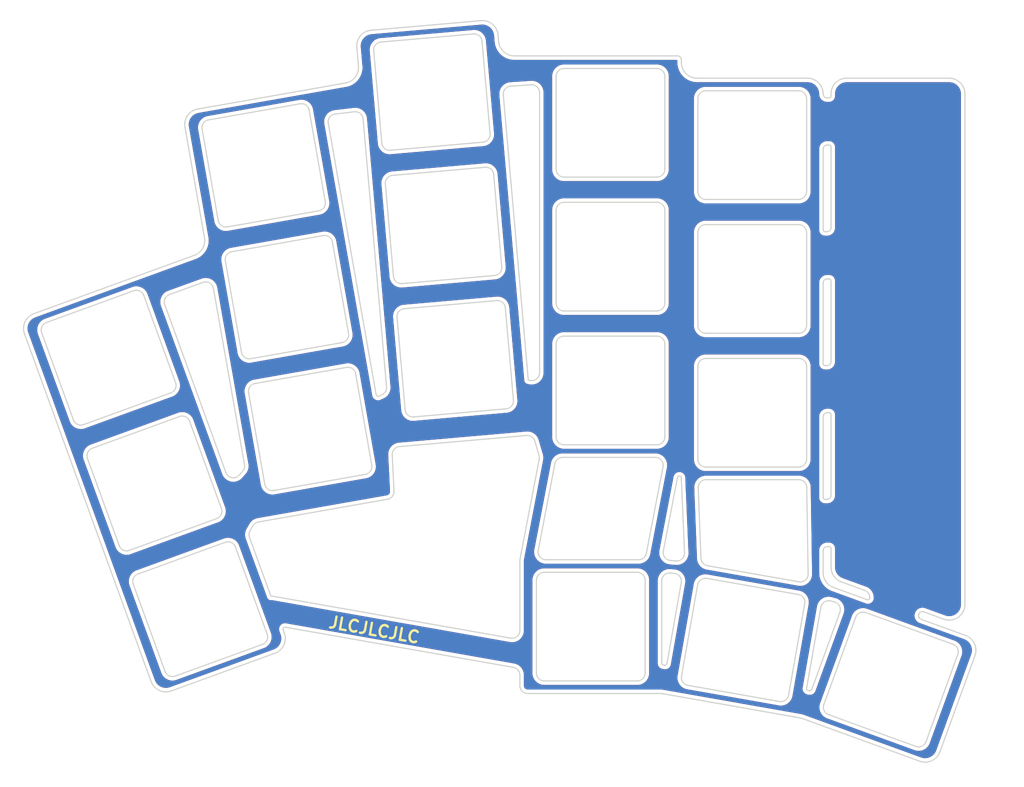
<source format=kicad_pcb>
(kicad_pcb (version 20211014) (generator pcbnew)
  (title_block (title "yeet") (rev "v1.0.0") (company "Unknown"))
  (layers (0 "F.Cu" signal) (31 "B.Cu" signal) (34 "B.Paste" user) (35 "F.Paste" user) (36 "B.SilkS" user "B.Silkscreen") (37 "F.SilkS" user "F.Silkscreen") (38 "B.Mask" user) (39 "F.Mask" user) (44 "Edge.Cuts" user))
  (net 0 "")
  (gr_arc (start 40.605068 77.09578) (mid 40.571672 77.860411) (end 40.007396 78.377493) (layer "Edge.Cuts") (width 0.15))
  (gr_line (start 55.038597 26.991266) (end 57.478059 26.700691) (layer "Edge.Cuts") (width 0.15))
  (gr_arc (start 129.437214 91.170878) (mid 129.138789 90.530033) (end 129.779531 90.231294) (layer "Edge.Cuts") (width 0.15))
  (gr_arc (start 98.087026 85.338847) (mid 98.793232 85.726283) (end 98.984678 86.50869) (layer "Edge.Cuts") (width 0.15))
  (gr_line (start 94.4 98) (end 94.4 86.2) (layer "Edge.Cuts") (width 0.15))
  (gr_arc (start 72.605083 16.812377) (mid 73.33504 17.04252) (end 73.688433 17.721416) (layer "Edge.Cuts") (width 0.15))
  (gr_line (start 79.563002 60.773239) (end 76.392309 24.53206) (layer "Edge.Cuts") (width 0.15))
  (gr_line (start 115.097875 100.223772) (end 115.270218 100.254161) (layer "Edge.Cuts") (width 0.15))
  (gr_arc (start 135 89.275093) (mid 134.147148 90.913413) (end 132.31596 91.154478) (layer "Edge.Cuts") (width 0.15))
  (gr_arc (start 117.686819 103.282422) (mid 117.122513 102.765345) (end 117.089146 102.000709) (layer "Edge.Cuts") (width 0.15))
  (gr_arc (start 23.10468 66.438556) (mid 22.340042 66.405171) (end 21.822967 65.840884) (layer "Edge.Cuts") (width 0.15))
  (gr_arc (start 98.5 19.6) (mid 98.853518 19.746464) (end 99 20.1) (layer "Edge.Cuts") (width 0.15))
  (gr_line (start 101.1 25.033334) (end 101.1 36.833334) (layer "Edge.Cuts") (width 0.15))
  (gr_arc (start 96.9 34) (mid 96.607103 34.707111) (end 95.9 35) (layer "Edge.Cuts") (width 0.15))
  (gr_arc (start 83.1 22.2) (mid 83.39289 21.492897) (end 84.1 21.2) (layer "Edge.Cuts") (width 0.15))
  (gr_arc (start 38.459067 42.702908) (mid 38.221491 44.050193) (end 37.173491 44.92959) (layer "Edge.Cuts") (width 0.15))
  (gr_arc (start 65.01603 65.458922) (mid 64.286061 65.228782) (end 63.93268 64.549883) (layer "Edge.Cuts") (width 0.15))
  (gr_arc (start 117.75 64.933334) (mid 117.926765 65.00657) (end 118 65.183334) (layer "Edge.Cuts") (width 0.15))
  (gr_arc (start 99.830741 99.562617) (mid 99.185203 99.151395) (end 99.019582 98.404161) (layer "Edge.Cuts") (width 0.15))
  (gr_arc (start 42.871356 72.854928) (mid 41.935311 73.177554) (end 41.180514 72.536816) (layer "Edge.Cuts") (width 0.15))
  (gr_line (start 34.246935 100.267836) (end 47.402632 95.479554) (layer "Edge.Cuts") (width 0.15))
  (gr_line (start 47.267867 74.807911) (end 58.888599 72.758862) (layer "Edge.Cuts") (width 0.15))
  (gr_line (start 80.95458 70.836185) (end 78.517994 83.506434) (layer "Edge.Cuts") (width 0.15))
  (gr_arc (start 78.5 83.695281) (mid 78.504508 83.60043) (end 78.517994 83.506434) (layer "Edge.Cuts") (width 0.15))
  (gr_line (start 113.847818 88.021319) (end 102.227086 85.97227) (layer "Edge.Cuts") (width 0.15))
  (gr_arc (start 96.325023 100.6) (mid 96.499335 100.607608) (end 96.672319 100.630385) (layer "Edge.Cuts") (width 0.15))
  (gr_line (start 74.086731 33.747687) (end 62.331633 34.776125) (layer "Edge.Cuts") (width 0.15))
  (gr_arc (start 116.711218 89.634357) (mid 117.158721 88.964583) (end 117.954845 88.84208) (layer "Edge.Cuts") (width 0.15))
  (gr_line (start 114.895085 99.934158) (end 116.711218 89.634357) (layer "Edge.Cuts") (width 0.15))
  (gr_line (start 114.9 53.833334) (end 114.9 42.033334) (layer "Edge.Cuts") (width 0.15))
  (gr_arc (start 60.604982 62.824382) (mid 60.38354 62.820041) (end 60.252462 62.641528) (layer "Edge.Cuts") (width 0.15))
  (gr_line (start 44.247323 79.92072) (end 44.607047 79.296156) (layer "Edge.Cuts") (width 0.15))
  (gr_line (start 76.198519 46.411824) (end 75.170081 34.656726) (layer "Edge.Cuts") (width 0.15))
  (gr_line (start 83.1 22.2) (end 83.1 34) (layer "Edge.Cuts") (width 0.15))
  (gr_line (start 81.6 99) (end 93.4 99) (layer "Edge.Cuts") (width 0.15))
  (gr_line (start 96.9 68) (end 96.9 56.2) (layer "Edge.Cuts") (width 0.15))
  (gr_line (start 63.534383 48.523612) (end 75.28948 47.495174) (layer "Edge.Cuts") (width 0.15))
  (gr_line (start 75.801083 17.774312) (end 75.728149 16.940672) (layer "Edge.Cuts") (width 0.15))
  (gr_line (start 37.606359 26.349421) (end 56.360574 23.042547) (layer "Edge.Cuts") (width 0.15))
  (gr_line (start 62.5222 74.884045) (end 62.290091 70.277932) (layer "Edge.Cuts") (width 0.15))
  (gr_line (start 59.940947 18.924165) (end 60.969385 30.679263) (layer "Edge.Cuts") (width 0.15))
  (gr_line (start 102.1 37.833334) (end 113.9 37.833334) (layer "Edge.Cuts") (width 0.15))
  (gr_arc (start 130.056905 106.720587) (mid 129.539833 107.284858) (end 128.775192 107.31826) (layer "Edge.Cuts") (width 0.15))
  (gr_line (start 93.573985 83.6) (end 81.810631 83.6) (layer "Edge.Cuts") (width 0.15))
  (gr_arc (start 117.75 47.933334) (mid 117.926765 48.00657) (end 118 48.183334) (layer "Edge.Cuts") (width 0.15))
  (gr_line (start 48.449498 92.508185) (end 48.597977 92.916128) (layer "Edge.Cuts") (width 0.15))
  (gr_line (start 57.796644 18.509476) (end 58.005667 20.89862) (layer "Edge.Cuts") (width 0.15))
  (gr_line (start 77.680167 63.347133) (end 76.651729 51.592036) (layer "Edge.Cuts") (width 0.15))
  (gr_line (start 45.299946 78.810444) (end 61.697116 75.919181) (layer "Edge.Cuts") (width 0.15))
  (gr_arc (start 23.601472 70.727285) (mid 23.634857 69.962647) (end 24.199145 69.445573) (layer "Edge.Cuts") (width 0.15))
  (gr_arc (start 97.604166 83.696602) (mid 96.893299 83.303012) (end 96.709315 82.51156) (layer "Edge.Cuts") (width 0.15))
  (gr_arc (start 44.060363 62.37602) (mid 44.226024 61.628805) (end 44.871523 61.217564) (layer "Edge.Cuts") (width 0.15))
  (gr_arc (start 62.290091 70.277932) (mid 62.534763 69.570764) (end 63.201668 69.231409) (layer "Edge.Cuts") (width 0.15))
  (gr_arc (start 97.168546 96.808491) (mid 97.065738 96.969864) (end 96.878932 97.01128) (layer "Edge.Cuts") (width 0.15))
  (gr_arc (start 58.005667 20.89862) (mid 57.600007 22.29049) (end 56.360574 23.042547) (layer "Edge.Cuts") (width 0.15))
  (gr_arc (start 47.267867 74.807911) (mid 46.52066 74.642239) (end 46.109411 73.996751) (layer "Edge.Cuts") (width 0.15))
  (gr_line (start 35.287518 65.409735) (end 24.199145 69.445573) (layer "Edge.Cuts") (width 0.15))
  (gr_arc (start 15.608563 54.906937) (mid 15.675333 53.377661) (end 16.803908 52.343512) (layer "Edge.Cuts") (width 0.15))
  (gr_arc (start 74.716871 29.476514) (mid 74.486727 30.206471) (end 73.807832 30.559864) (layer "Edge.Cuts") (width 0.15))
  (gr_line (start 50.588216 25.685052) (end 38.967485 27.7341) (layer "Edge.Cuts") (width 0.15))
  (gr_arc (start 57.796644 18.509476) (mid 58.256951 17.049594) (end 59.614722 16.342775) (layer "Edge.Cuts") (width 0.15))
  (gr_line (start 114.390964 103.785513) (end 129.261622 109.19799) (layer "Edge.Cuts") (width 0.15))
  (gr_line (start 113.9 24.033334) (end 102.1 24.033334) (layer "Edge.Cuts") (width 0.15))
  (gr_arc (start 28.919023 82.413331) (mid 28.154386 82.379945) (end 27.63731 81.815658) (layer "Edge.Cuts") (width 0.15))
  (gr_line (start 96.706588 96.980892) (end 96.878932 97.01128) (layer "Edge.Cuts") (width 0.15))
  (gr_line (start 101.488738 83.417071) (end 101.140452 74.472241) (layer "Edge.Cuts") (width 0.15))
  (gr_line (start 101 22.433334) (end 115 22.433334) (layer "Edge.Cuts") (width 0.15))
  (gr_line (start 34.012428 49.913219) (end 38.26907 48.373216) (layer "Edge.Cuts") (width 0.15))
  (gr_line (start 59.699758 71.600406) (end 57.65071 59.979675) (layer "Edge.Cuts") (width 0.15))
  (gr_line (start 35.98404 28.666333) (end 38.459067 42.702908) (layer "Edge.Cuts") (width 0.15))
  (gr_arc (start 78.5 92.578825) (mid 78.142775 93.344858) (end 77.326352 93.563633) (layer "Edge.Cuts") (width 0.15))
  (gr_line (start 117.5 75.933334) (end 117.25 75.933334) (layer "Edge.Cuts") (width 0.15))
  (gr_arc (start 79.354247 67.818242) (mid 80.006631 67.989531) (end 80.401884 68.536091) (layer "Edge.Cuts") (width 0.15))
  (gr_line (start 79.778269 60.822189) (end 79.563002 60.773239) (layer "Edge.Cuts") (width 0.15))
  (gr_line (start 44.060363 62.37602) (end 46.109412 73.996751) (layer "Edge.Cuts") (width 0.15))
  (gr_line (start 117.954845 88.84208) (end 118.439527 88.97195) (layer "Edge.Cuts") (width 0.15))
  (gr_line (start 83.1 56.2) (end 83.1 68) (layer "Edge.Cuts") (width 0.15))
  (gr_arc (start 122.920225 88.444162) (mid 122.812691 88.647314) (end 122.58473 88.676778) (layer "Edge.Cuts") (width 0.15))
  (gr_line (start 77.673648 97.280407) (end 48.727833 92.176478) (layer "Edge.Cuts") (width 0.15))
  (gr_arc (start 96.9 51) (mid 96.607103 51.707111) (end 95.9 52) (layer "Edge.Cuts") (width 0.15))
  (gr_line (start 96.5 96.73469) (end 96.5 86.291309) (layer "Edge.Cuts") (width 0.15))
  (gr_arc (start 44.174177 80.761837) (mid 44.117614 80.333176) (end 44.247323 79.92072) (layer "Edge.Cuts") (width 0.15))
  (gr_arc (start 83.1 56.2) (mid 83.39289 55.492897) (end 84.1 55.2) (layer "Edge.Cuts") (width 0.15))
  (gr_arc (start 62.904242 52.794785) (mid 63.134372 52.064806) (end 63.813281 51.711435) (layer "Edge.Cuts") (width 0.15))
  (gr_line (start 118 82.183334) (end 118 84.54348) (layer "Edge.Cuts") (width 0.15))
  (gr_line (start 118 65.183334) (end 118 75.433334) (layer "Edge.Cuts") (width 0.15))
  (gr_line (start 96.672319 100.630385) (end 114.054221 103.695283) (layer "Edge.Cuts") (width 0.15))
  (gr_arc (start 34.733365 98.388105) (mid 33.968727 98.35472) (end 33.451652 97.790433) (layer "Edge.Cuts") (width 0.15))
  (gr_line (start 99 20.433334) (end 99 20.1) (layer "Edge.Cuts") (width 0.15))
  (gr_line (start 81 24.269443) (end 81 59.847081) (layer "Edge.Cuts") (width 0.15))
  (gr_line (start 112.609929 100.800506) (end 114.658977 89.179775) (layer "Edge.Cuts") (width 0.15))
  (gr_line (start 46.899938 88.198635) (end 77.326352 93.563633) (layer "Edge.Cuts") (width 0.15))
  (gr_arc (start 118 75.433334) (mid 117.853573 75.786934) (end 117.5 75.933334) (layer "Edge.Cuts") (width 0.15))
  (gr_line (start 95.9 55.2) (end 84.1 55.2) (layer "Edge.Cuts") (width 0.15))
  (gr_arc (start 80.6 86.2) (mid 80.89289 85.492897) (end 81.6 85.2) (layer "Edge.Cuts") (width 0.15))
  (gr_arc (start 115.548554 100.093464) (mid 115.438633 100.224466) (end 115.270218 100.254161) (layer "Edge.Cuts") (width 0.15))
  (gr_arc (start 17.78713 54.752511) (mid 17.820515 53.987873) (end 18.384802 53.470798) (layer "Edge.Cuts") (width 0.15))
  (gr_line (start 93.4 85.2) (end 81.6 85.2) (layer "Edge.Cuts") (width 0.15))
  (gr_line (start 46.893741 88.233779) (end 46.899938 88.198635) (layer "Edge.Cuts") (width 0.15))
  (gr_line (start 34.790726 61.121006) (end 30.754888 50.032633) (layer "Edge.Cuts") (width 0.15))
  (gr_line (start 34.733365 98.388105) (end 45.821738 94.352268) (layer "Edge.Cuts") (width 0.15))
  (gr_arc (start 98.504498 73.176609) (mid 98.773667 72.97496) (end 99 73.22382) (layer "Edge.Cuts") (width 0.15))
  (gr_line (start 118 31.183334) (end 118 41.433334) (layer "Edge.Cuts") (width 0.15))
  (gr_arc (start 113.9 24.033334) (mid 114.607095 24.32624) (end 114.9 25.033334) (layer "Edge.Cuts") (width 0.15))
  (gr_arc (start 113.915834 73.433334) (mid 114.617305 73.720596) (end 114.915707 74.417374) (layer "Edge.Cuts") (width 0.15))
  (gr_arc (start 119.31596 86.422865) (mid 118.361677 85.690641) (end 118 84.54348) (layer "Edge.Cuts") (width 0.15))
  (gr_line (start 65.01603 65.458922) (end 76.771128 64.430484) (layer "Edge.Cuts") (width 0.15))
  (gr_arc (start 76.198519 46.411824) (mid 75.968368 47.14176) (end 75.28948 47.495174) (layer "Edge.Cuts") (width 0.15))
  (gr_line (start 114.915707 74.417374) (end 115.091132 85.408176) (layer "Edge.Cuts") (width 0.15))
  (gr_arc (start 102.314332 84.362972) (mid 101.734581 84.035741) (end 101.488737 83.417072) (layer "Edge.Cuts") (width 0.15))
  (gr_line (start 40.605068 77.09578) (end 36.56923 66.007407) (layer "Edge.Cuts") (width 0.15))
  (gr_line (start 44.315848 58.066179) (end 55.93658 56.01713) (layer "Edge.Cuts") (width 0.15))
  (gr_line (start 117 85.243687) (end 117 82.433334) (layer "Edge.Cuts") (width 0.15))
  (gr_line (start 114.9 70.833334) (end 114.9 59.033334) (layer "Edge.Cuts") (width 0.15))
  (gr_arc (start 81.6 99) (mid 80.892858 98.707124) (end 80.6 98) (layer "Edge.Cuts") (width 0.15))
  (gr_arc (start 114.9 70.833334) (mid 114.607126 71.540488) (end 113.9 71.833334) (layer "Edge.Cuts") (width 0.15))
  (gr_arc (start 84.1 52) (mid 83.392858 51.707124) (end 83.1 51) (layer "Edge.Cuts") (width 0.15))
  (gr_arc (start 114.9 53.833334) (mid 114.607126 54.540488) (end 113.9 54.833334) (layer "Edge.Cuts") (width 0.15))
  (gr_arc (start 101.140452 74.472241) (mid 101.418984 73.740165) (end 102.139695 73.433334) (layer "Edge.Cuts") (width 0.15))
  (gr_arc (start 122.262287 87.495241) (mid 122.74207 87.865141) (end 122.920225 88.444162) (layer "Edge.Cuts") (width 0.15))
  (gr_arc (start 115 22.433334) (mid 116.414201 23.019133) (end 117 24.433334) (layer "Edge.Cuts") (width 0.15))
  (gr_line (start 41.10186 81.384509) (end 30.013487 85.420347) (layer "Edge.Cuts") (width 0.15))
  (gr_line (start 28.919023 82.413331) (end 40.007396 78.377493) (layer "Edge.Cuts") (width 0.15))
  (gr_arc (start 33.412943 51.195589) (mid 33.446744 50.430082) (end 34.012428 49.913219) (layer "Edge.Cuts") (width 0.15))
  (gr_arc (start 61.57066 61.646673) (mid 61.441203 62.232541) (end 60.999738 62.638894) (layer "Edge.Cuts") (width 0.15))
  (gr_arc (start 76.392309 24.53206) (mid 76.628977 23.794421) (end 77.321467 23.447154) (layer "Edge.Cuts") (width 0.15))
  (gr_line (start 101.1 59.033334) (end 101.1 70.833334) (layer "Edge.Cuts") (width 0.15))
  (gr_line (start 122.262287 87.495241) (end 119.31596 86.422865) (layer "Edge.Cuts") (width 0.15))
  (gr_arc (start 77.673648 97.280407) (mid 78.266007 97.622441) (end 78.5 98.265214) (layer "Edge.Cuts") (width 0.15))
  (gr_arc (start 95.9 21.2) (mid 96.607071 21.49291) (end 96.9 22.2) (layer "Edge.Cuts") (width 0.15))
  (gr_line (start 118 24.433334) (end 118 24.683334) (layer "Edge.Cuts") (width 0.15))
  (gr_line (start 117.5 30.933334) (end 117.75 30.933334) (layer "Edge.Cuts") (width 0.15))
  (gr_line (start 80.401884 68.536091) (end 80.933055 70.368993) (layer "Edge.Cuts") (width 0.15))
  (gr_arc (start 118.439527 88.97195) (mid 119.067752 89.47612) (end 119.1204 90.279896) (layer "Edge.Cuts") (width 0.15))
  (gr_arc (start 115.091132 85.408176) (mid 114.740155 86.185063) (end 113.917611 86.408943) (layer "Edge.Cuts") (width 0.15))
  (gr_arc (start 117.25 41.933334) (mid 117.073211 41.860124) (end 117 41.683334) (layer "Edge.Cuts") (width 0.15))
  (gr_line (start 15.608563 54.906937) (end 31.68351 99.072491) (layer "Edge.Cuts") (width 0.15))
  (gr_arc (start 46.419411 93.070555) (mid 46.386031 93.835193) (end 45.821738 94.352268) (layer "Edge.Cuts") (width 0.15))
  (gr_arc (start 117.25 75.933334) (mid 117.073211 75.860124) (end 117 75.683334) (layer "Edge.Cuts") (width 0.15))
  (gr_arc (start 57.478059 26.700691) (mid 58.227077 26.917657) (end 58.592532 27.606516) (layer "Edge.Cuts") (width 0.15))
  (gr_line (start 113.917611 86.408943) (end 102.314332 84.362972) (layer "Edge.Cuts") (width 0.15))
  (gr_arc (start 118 58.433334) (mid 117.853573 58.786934) (end 117.5 58.933334) (layer "Edge.Cuts") (width 0.15))
  (gr_line (start 133.49507 94.350501) (end 122.406697 90.314664) (layer "Edge.Cuts") (width 0.15))
  (gr_line (start 83.926016 70.6) (end 95.689369 70.6) (layer "Edge.Cuts") (width 0.15))
  (gr_arc (start 101.1 25.033334) (mid 101.392913 24.326274) (end 102.1 24.033334) (layer "Edge.Cuts") (width 0.15))
  (gr_arc (start 35.98404 28.666333) (mid 36.315373 27.171912) (end 37.606359 26.349421) (layer "Edge.Cuts") (width 0.15))
  (gr_line (start 62.904242 52.794785) (end 63.93268 64.549883) (layer "Edge.Cuts") (width 0.15))
  (gr_line (start 117.75 24.933334) (end 117.5 24.933334) (layer "Edge.Cuts") (width 0.15))
  (gr_line (start 101.1 42.033334) (end 101.1 53.833334) (layer "Edge.Cuts") (width 0.15))
  (gr_arc (start 83.1 39.2) (mid 83.39289 38.492897) (end 84.1 38.2) (layer "Edge.Cuts") (width 0.15))
  (gr_line (start 117 75.683334) (end 117 65.433334) (layer "Edge.Cuts") (width 0.15))
  (gr_arc (start 94.4 98) (mid 94.107103 98.707111) (end 93.4 99) (layer "Edge.Cuts") (width 0.15))
  (gr_arc (start 121.124984 90.912336) (mid 121.642061 90.348075) (end 122.406697 90.314664) (layer "Edge.Cuts") (width 0.15))
  (gr_line (start 130.056905 106.720587) (end 134.092742 95.632214) (layer "Edge.Cuts") (width 0.15))
  (gr_arc (start 118 24.433334) (mid 118.585806 23.019167) (end 120 22.433334) (layer "Edge.Cuts") (width 0.15))
  (gr_arc (start 62.052735 31.588302) (mid 61.322769 31.358163) (end 60.969385 30.679263) (layer "Edge.Cuts") (width 0.15))
  (gr_line (start 96.9 51) (end 96.9 39.2) (layer "Edge.Cuts") (width 0.15))
  (gr_arc (start 34.246935 100.267836) (mid 32.717659 100.201066) (end 31.68351 99.072491) (layer "Edge.Cuts") (width 0.15))
  (gr_line (start 117 58.683334) (end 117 48.433334) (layer "Edge.Cuts") (width 0.15))
  (gr_line (start 80.828625 82.411153) (end 82.944009 71.411153) (layer "Edge.Cuts") (width 0.15))
  (gr_arc (start 41.363829 41.324447) (mid 40.616608 41.158789) (end 40.205373 40.513288) (layer "Edge.Cuts") (width 0.15))
  (gr_line (start 38.156325 28.892556) (end 40.205374 40.513288) (layer "Edge.Cuts") (width 0.15))
  (gr_line (start 121.124984 90.912336) (end 117.089146 102.000709) (layer "Edge.Cuts") (width 0.15))
  (gr_line (start 117.5 64.933334) (end 117.75 64.933334) (layer "Edge.Cuts") (width 0.15))
  (gr_line (start 61.422594 35.859475) (end 62.451032 47.614573) (layer "Edge.Cuts") (width 0.15))
  (gr_line (start 99 73.22382) (end 99 73.411662) (layer "Edge.Cuts") (width 0.15))
  (gr_line (start 41.108344 45.634288) (end 43.157393 57.255019) (layer "Edge.Cuts") (width 0.15))
  (gr_line (start 102.1 54.833334) (end 113.9 54.833334) (layer "Edge.Cuts") (width 0.15))
  (gr_arc (start 133 22.433334) (mid 134.414201 23.019133) (end 135 24.433334) (layer "Edge.Cuts") (width 0.15))
  (gr_line (start 46.419411 93.070555) (end 42.383573 81.982182) (layer "Edge.Cuts") (width 0.15))
  (gr_line (start 133 22.433334) (end 120 22.433334) (layer "Edge.Cuts") (width 0.15))
  (gr_line (start 84.1 52) (end 95.9 52) (layer "Edge.Cuts") (width 0.15))
  (gr_arc (start 81.810631 83.6) (mid 81.039652 83.236842) (end 80.828624 82.411153) (layer "Edge.Cuts") (width 0.15))
  (gr_arc (start 102.1 71.833334) (mid 101.392881 71.540454) (end 101.1 70.833334) (layer "Edge.Cuts") (width 0.15))
  (gr_line (start 41.363829 41.324447) (end 52.984561 39.275399) (layer "Edge.Cuts") (width 0.15))
  (gr_line (start 62.052735 31.588302) (end 73.807832 30.559864) (layer "Edge.Cuts") (width 0.15))
  (gr_arc (start 117.75 81.933334) (mid 117.926765 82.00657) (end 118 82.183334) (layer "Edge.Cuts") (width 0.15))
  (gr_arc (start 118.31596 87.123073) (mid 117.361673 86.390849) (end 117 85.243687) (layer "Edge.Cuts") (width 0.15))
  (gr_arc (start 48.597977 92.916128) (mid 48.531214 94.445417) (end 47.402632 95.479554) (layer "Edge.Cuts") (width 0.15))
  (gr_line (start 84.1 35) (end 95.9 35) (layer "Edge.Cuts") (width 0.15))
  (gr_arc (start 50.588216 25.685052) (mid 51.33544 25.850711) (end 51.746672 26.496211) (layer "Edge.Cuts") (width 0.15))
  (gr_arc (start 29.473175 49.43496) (mid 30.237814 49.468345) (end 30.754888 50.032633) (layer "Edge.Cuts") (width 0.15))
  (gr_arc (start 133.49507 94.350501) (mid 134.059354 94.867575) (end 134.092742 95.632214) (layer "Edge.Cuts") (width 0.15))
  (gr_arc (start 82.944009 71.411153) (mid 83.289159 70.828987) (end 83.926016 70.6) (layer "Edge.Cuts") (width 0.15))
  (gr_arc (start 84.1 35) (mid 83.392858 34.707124) (end 83.1 34) (layer "Edge.Cuts") (width 0.15))
  (gr_arc (start 117 82.433334) (mid 117.146466 82.079828) (end 117.5 81.933334) (layer "Edge.Cuts") (width 0.15))
  (gr_line (start 43.307498 72.358651) (end 42.871356 72.854927) (layer "Edge.Cuts") (width 0.15))
  (gr_arc (start 96.9 68) (mid 96.607103 68.707111) (end 95.9 69) (layer "Edge.Cuts") (width 0.15))
  (gr_arc (start 115.097875 100.223772) (mid 114.936485 100.120971) (end 114.895085 99.934158) (layer "Edge.Cuts") (width 0.15))
  (gr_line (start 117.5 81.933334) (end 117.75 81.933334) (layer "Edge.Cuts") (width 0.15))
  (gr_line (start 117.5 41.933334) (end 117.25 41.933334) (layer "Edge.Cuts") (width 0.15))
  (gr_line (start 83.1 39.2) (end 83.1 51) (layer "Edge.Cuts") (width 0.15))
  (gr_line (start 118 48.183334) (end 118 58.433334) (layer "Edge.Cuts") (width 0.15))
  (gr_line (start 129.437214 91.170878) (end 135.075964 93.223215) (layer "Edge.Cuts") (width 0.15))
  (gr_arc (start 114.9 36.833334) (mid 114.607126 37.540488) (end 113.9 37.833334) (layer "Edge.Cuts") (width 0.15))
  (gr_arc (start 54.172068 28.157895) (mid 54.354113 27.388) (end 55.038597 26.991266) (layer "Edge.Cuts") (width 0.15))
  (gr_arc (start 73.561448 15.122594) (mid 75.021331 15.582896) (end 75.728149 16.940672) (layer "Edge.Cuts") (width 0.15))
  (gr_arc (start 62.5222 74.884045) (mid 62.305454 75.557682) (end 61.697116 75.919181) (layer "Edge.Cuts") (width 0.15))
  (gr_line (start 75.568378 50.682997) (end 63.813281 51.711435) (layer "Edge.Cuts") (width 0.15))
  (gr_line (start 97.587156 85.295114) (end 98.087026 85.338847) (layer "Edge.Cuts") (width 0.15))
  (gr_line (start 56.747739 54.858675) (end 54.698691 43.237943) (layer "Edge.Cuts") (width 0.15))
  (gr_line (start 78.5 83.695281) (end 78.5 92.578825) (layer "Edge.Cuts") (width 0.15))
  (gr_arc (start 79.932963 23.271692) (mid 80.682977 23.539035) (end 81 24.269443) (layer "Edge.Cuts") (width 0.15))
  (gr_arc (start 84.1 69) (mid 83.392858 68.707124) (end 83.1 68) (layer "Edge.Cuts") (width 0.15))
  (gr_line (start 77.793472 19.6) (end 98.5 19.6) (layer "Edge.Cuts") (width 0.15))
  (gr_line (start 114.9 36.833334) (end 114.9 25.033334) (layer "Edge.Cuts") (width 0.15))
  (gr_arc (start 113.9 58.033334) (mid 114.607095 58.32624) (end 114.9 59.033334) (layer "Edge.Cuts") (width 0.15))
  (gr_arc (start 102.1 54.833334) (mid 101.392881 54.540454) (end 101.1 53.833334) (layer "Edge.Cuts") (width 0.15))
  (gr_arc (start 117 31.433334) (mid 117.146466 31.079828) (end 117.5 30.933334) (layer "Edge.Cuts") (width 0.15))
  (gr_line (start 95.9 21.2) (end 84.1 21.2) (layer "Edge.Cuts") (width 0.15))
  (gr_arc (start 101.1 59.033334) (mid 101.392913 58.326274) (end 102.1 58.033334) (layer "Edge.Cuts") (width 0.15))
  (gr_line (start 41.180514 72.536816) (end 33.412943 51.195589) (layer "Edge.Cuts") (width 0.15))
  (gr_arc (start 48.449498 92.508185) (mid 48.492914 92.261973) (end 48.727833 92.176478) (layer "Edge.Cuts") (width 0.15))
  (gr_line (start 74.716871 29.476514) (end 73.688434 17.721416) (layer "Edge.Cuts") (width 0.15))
  (gr_arc (start 81 59.847081) (mid 80.623807 60.628682) (end 79.778269 60.822189) (layer "Edge.Cuts") (width 0.15))
  (gr_line (start 39.594085 49.139918) (end 43.541156 71.524871) (layer "Edge.Cuts") (width 0.15))
  (gr_arc (start 77.793472 19.6) (mid 76.442276 19.074562) (end 75.801083 17.774312) (layer "Edge.Cuts") (width 0.15))
  (gr_arc (start 56.747739 54.858675) (mid 56.582063 55.605868) (end 55.93658 56.017131) (layer "Edge.Cuts") (width 0.15))
  (gr_line (start 44.174177 80.761836) (end 46.893741 88.233779) (layer "Edge.Cuts") (width 0.15))
  (gr_arc (start 99.402639 82.719403) (mid 99.094968 83.485171) (end 98.316421 83.758917) (layer "Edge.Cuts") (width 0.15))
  (gr_arc (start 63.534383 48.523612) (mid 62.804447 48.293452) (end 62.451032 47.614573) (layer "Edge.Cuts") (width 0.15))
  (gr_arc (start 95.689369 70.6) (mid 96.460339 70.963156) (end 96.671376 71.788848) (layer "Edge.Cuts") (width 0.15))
  (gr_line (start 135 89.275093) (end 135 24.433334) (layer "Edge.Cuts") (width 0.15))
  (gr_line (start 117 41.683334) (end 117 31.433334) (layer "Edge.Cuts") (width 0.15))
  (gr_arc (start 38.156325 28.892556) (mid 38.321968 28.14531) (end 38.967485 27.7341) (layer "Edge.Cuts") (width 0.15))
  (gr_line (start 29.473175 49.43496) (end 18.384802 53.470798) (layer "Edge.Cuts") (width 0.15))
  (gr_arc (start 117 48.433334) (mid 117.146466 48.079828) (end 117.5 47.933334) (layer "Edge.Cuts") (width 0.15))
  (gr_arc (start 117.75 30.933334) (mid 117.926765 31.00657) (end 118 31.183334) (layer "Edge.Cuts") (width 0.15))
  (gr_line (start 77.321467 23.447154) (end 79.932963 23.271692) (layer "Edge.Cuts") (width 0.15))
  (gr_arc (start 56.492254 59.168515) (mid 57.23944 59.334195) (end 57.65071 59.979675) (layer "Edge.Cuts") (width 0.15))
  (gr_arc (start 96.5 86.291309) (mid 96.824403 85.554031) (end 97.587156 85.295114) (layer "Edge.Cuts") (width 0.15))
  (gr_arc (start 112.609929 100.800506) (mid 112.198702 101.446009) (end 111.451473 101.611666) (layer "Edge.Cuts") (width 0.15))
  (gr_arc (start 75.568378 50.682997) (mid 76.298332 50.913139) (end 76.651729 51.592036) (layer "Edge.Cuts") (width 0.15))
  (gr_line (start 73.561448 15.122594) (end 59.614722 16.342775) (layer "Edge.Cuts") (width 0.15))
  (gr_line (start 113.9 41.033334) (end 102.1 41.033334) (layer "Edge.Cuts") (width 0.15))
  (gr_line (start 23.10468 66.438556) (end 34.193053 62.402718) (layer "Edge.Cuts") (width 0.15))
  (gr_line (start 84.1 69) (end 95.9 69) (layer "Edge.Cuts") (width 0.15))
  (gr_line (start 23.601472 70.727285) (end 27.63731 81.815658) (layer "Edge.Cuts") (width 0.15))
  (gr_arc (start 95.9 38.2) (mid 96.607071 38.49291) (end 96.9 39.2) (layer "Edge.Cuts") (width 0.15))
  (gr_line (start 98.316422 83.758917) (end 97.604166 83.696602) (layer "Edge.Cuts") (width 0.15))
  (gr_line (start 58.592532 27.606516) (end 61.57066 61.646673) (layer "Edge.Cuts") (width 0.15))
  (gr_line (start 80.6 86.2) (end 80.6 98) (layer "Edge.Cuts") (width 0.15))
  (gr_arc (start 80.933055 70.368993) (mid 80.971524 70.601314) (end 80.95458 70.836185) (layer "Edge.Cuts") (width 0.15))
  (gr_arc (start 113.9 41.033334) (mid 114.607095 41.32624) (end 114.9 42.033334) (layer "Edge.Cuts") (width 0.15))
  (gr_line (start 118.31596 87.123073) (end 122.58473 88.676778) (layer "Edge.Cuts") (width 0.15))
  (gr_arc (start 44.607047 79.296156) (mid 44.899598 78.976419) (end 45.299946 78.810444) (layer "Edge.Cuts") (width 0.15))
  (gr_line (start 102.1 71.833334) (end 113.9 71.833334) (layer "Edge.Cuts") (width 0.15))
  (gr_arc (start 35.287518 65.409735) (mid 36.052155 65.443122) (end 36.56923 66.007407) (layer "Edge.Cuts") (width 0.15))
  (gr_line (start 53.79572 38.116943) (end 51.746672 26.496211) (layer "Edge.Cuts") (width 0.15))
  (gr_arc (start 96.706588 96.980892) (mid 96.558461 96.8954) (end 96.5 96.73469) (layer "Edge.Cuts") (width 0.15))
  (gr_line (start 17.78713 54.752511) (end 21.822967 65.840884) (layer "Edge.Cuts") (width 0.15))
  (gr_line (start 99.000939 73.454981) (end 99.402639 82.719403) (layer "Edge.Cuts") (width 0.15))
  (gr_arc (start 41.108344 45.634288) (mid 41.27402 44.887089) (end 41.919504 44.475832) (layer "Edge.Cuts") (width 0.15))
  (gr_arc (start 101.06863 86.78343) (mid 101.479862 86.13792) (end 102.227086 85.97227) (layer "Edge.Cuts") (width 0.15))
  (gr_line (start 132.31596 91.154478) (end 129.779531 90.231294) (layer "Edge.Cuts") (width 0.15))
  (gr_line (start 119.1204 90.279896) (end 115.548554 100.093464) (layer "Edge.Cuts") (width 0.15))
  (gr_arc (start 101.1 42.033334) (mid 101.392913 41.326274) (end 102.1 41.033334) (layer "Edge.Cuts") (width 0.15))
  (gr_arc (start 117 65.433334) (mid 117.146466 65.079828) (end 117.5 64.933334) (layer "Edge.Cuts") (width 0.15))
  (gr_line (start 16.803908 52.343512) (end 37.173492 44.92959) (layer "Edge.Cuts") (width 0.15))
  (gr_line (start 60.999738 62.638894) (end 60.604983 62.824382) (layer "Edge.Cuts") (width 0.15))
  (gr_arc (start 93.4 85.2) (mid 94.107071 85.49291) (end 94.4 86.2) (layer "Edge.Cuts") (width 0.15))
  (gr_arc (start 79.5 100.6) (mid 78.792858 100.307124) (end 78.5 99.6) (layer "Edge.Cuts") (width 0.15))
  (gr_line (start 72.605083 16.812377) (end 60.849986 17.840815) (layer "Edge.Cuts") (width 0.15))
  (gr_arc (start 41.10186 81.384509) (mid 41.866482 81.417908) (end 42.383573 81.982182) (layer "Edge.Cuts") (width 0.15))
  (gr_arc (start 101 22.433334) (mid 99.585789 21.847546) (end 99 20.433334) (layer "Edge.Cuts") (width 0.15))
  (gr_arc (start 61.422594 35.859476) (mid 61.65273 35.129518) (end 62.331633 34.776125) (layer "Edge.Cuts") (width 0.15))
  (gr_line (start 56.492254 59.168515) (end 44.871523 61.217564) (layer "Edge.Cuts") (width 0.15))
  (gr_arc (start 117.5 24.933334) (mid 117.146434 24.7869) (end 117 24.433334) (layer "Edge.Cuts") (width 0.15))
  (gr_arc (start 135.075964 93.223215) (mid 136.204546 94.25736) (end 136.271309 95.786641) (layer "Edge.Cuts") (width 0.15))
  (gr_arc (start 113.847817 88.021319) (mid 114.493291 88.432555) (end 114.658977 89.179775) (layer "Edge.Cuts") (width 0.15))
  (gr_line (start 60.252462 62.641528) (end 54.172068 28.157895) (layer "Edge.Cuts") (width 0.15))
  (gr_arc (start 118 41.433334) (mid 117.853573 41.786934) (end 117.5 41.933334) (layer "Edge.Cuts") (width 0.15))
  (gr_arc (start 43.541156 71.524871) (mid 43.519237 71.968355) (end 43.307498 72.358651) (layer "Edge.Cuts") (width 0.15))
  (gr_line (start 95.9 38.2) (end 84.1 38.2) (layer "Edge.Cuts") (width 0.15))
  (gr_line (start 78.5 98.265214) (end 78.5 99.6) (layer "Edge.Cuts") (width 0.15))
  (gr_line (start 113.9 58.033334) (end 102.1 58.033334) (layer "Edge.Cuts") (width 0.15))
  (gr_line (start 101.06863 86.78343) (end 99.019582 98.404161) (layer "Edge.Cuts") (width 0.15))
  (gr_arc (start 77.680166 63.347133) (mid 77.450014 64.077076) (end 76.771128 64.430484) (layer "Edge.Cuts") (width 0.15))
  (gr_line (start 117.5 47.933334) (end 117.75 47.933334) (layer "Edge.Cuts") (width 0.15))
  (gr_line (start 29.415815 86.70206) (end 33.451652 97.790433) (layer "Edge.Cuts") (width 0.15))
  (gr_line (start 63.201668 69.231409) (end 79.354247 67.818242) (layer "Edge.Cuts") (width 0.15))
  (gr_arc (start 38.26907 48.373216) (mid 39.1101 48.448037) (end 39.594085 49.139918) (layer "Edge.Cuts") (width 0.15))
  (gr_arc (start 53.540235 42.426784) (mid 54.28744 42.592453) (end 54.698691 43.237943) (layer "Edge.Cuts") (width 0.15))
  (gr_line (start 131.825047 108.002645) (end 136.271309 95.786641) (layer "Edge.Cuts") (width 0.15))
  (gr_line (start 96.709315 82.51156) (end 98.504498 73.176609) (layer "Edge.Cuts") (width 0.15))
  (gr_arc (start 95.9 55.2) (mid 96.607071 55.49291) (end 96.9 56.2) (layer "Edge.Cuts") (width 0.15))
  (gr_arc (start 44.315848 58.066179) (mid 43.568627 57.900521) (end 43.157392 57.255019) (layer "Edge.Cuts") (width 0.15))
  (gr_arc (start 118 24.683334) (mid 117.926796 24.860158) (end 117.75 24.933334) (layer "Edge.Cuts") (width 0.15))
  (gr_line (start 79.5 100.6) (end 96.325023 100.6) (layer "Edge.Cuts") (width 0.15))
  (gr_arc (start 34.790726 61.121006) (mid 34.757316 61.885617) (end 34.193053 62.402719) (layer "Edge.Cuts") (width 0.15))
  (gr_arc (start 74.086731 33.747687) (mid 74.816654 33.97785) (end 75.170081 34.656726) (layer "Edge.Cuts") (width 0.15))
  (gr_line (start 98.984678 86.50869) (end 97.168546 96.808491) (layer "Edge.Cuts") (width 0.15))
  (gr_arc (start 59.940947 18.924166) (mid 60.171085 18.194201) (end 60.849986 17.840815) (layer "Edge.Cuts") (width 0.15))
  (gr_arc (start 102.1 37.833334) (mid 101.392881 37.540454) (end 101.1 36.833334) (layer "Edge.Cuts") (width 0.15))
  (gr_arc (start 59.699758 71.600406) (mid 59.534115 72.347647) (end 58.888599 72.758862) (layer "Edge.Cuts") (width 0.15))
  (gr_arc (start 114.054221 103.695283) (mid 114.224561 103.733051) (end 114.390964 103.785513) (layer "Edge.Cuts") (width 0.15))
  (gr_arc (start 117.25 58.933334) (mid 117.073211 58.860124) (end 117 58.683334) (layer "Edge.Cuts") (width 0.15))
  (gr_arc (start 29.415815 86.70206) (mid 29.449225 85.93744) (end 30.013487 85.420347) (layer "Edge.Cuts") (width 0.15))
  (gr_arc (start 94.555991 82.788848) (mid 94.210831 83.37099) (end 93.573985 83.6) (layer "Edge.Cuts") (width 0.15))
  (gr_line (start 99.830741 99.562617) (end 111.451473 101.611666) (layer "Edge.Cuts") (width 0.15))
  (gr_line (start 96.9 34) (end 96.9 22.2) (layer "Edge.Cuts") (width 0.15))
  (gr_line (start 117.686819 103.282422) (end 128.775192 107.31826) (layer "Edge.Cuts") (width 0.15))
  (gr_arc (start 99.000939 73.454981) (mid 99.000236 73.433327) (end 99 73.411662) (layer "Edge.Cuts") (width 0.15))
  (gr_line (start 102.139695 73.433334) (end 113.915834 73.433334) (layer "Edge.Cuts") (width 0.15))
  (gr_line (start 96.671376 71.788848) (end 94.555991 82.788848) (layer "Edge.Cuts") (width 0.15))
  (gr_arc (start 53.79572 38.116943) (mid 53.630058 38.864152) (end 52.984561 39.275399) (layer "Edge.Cuts") (width 0.15))
  (gr_line (start 117.5 58.933334) (end 117.25 58.933334) (layer "Edge.Cuts") (width 0.15))
  (gr_line (start 53.540235 42.426784) (end 41.919503 44.475832) (layer "Edge.Cuts") (width 0.15))
  (gr_arc (start 131.825047 108.002645) (mid 130.790895 109.131211) (end 129.261622 109.19799) (layer "Edge.Cuts") (width 0.15))
  (gr_text "JLCJLCJLC" (at 60 92.5 -10) (layer "F.SilkS") (effects (font (size 1.5 1.5) (thickness 0.3))))
  (zone (net 0) (net_name "") (layers F&B.Cu) (connect_pads (clearance 0.508)) (min_thickness 0.254) (fill yes (thermal_gap 0.508) (thermal_bridge_width 0.508))
    (polygon (pts (xy 142.5 112.5) (xy 12.5 112.5) (xy 12.5 12.5) (xy 142.5 12.5)))
  )
)
</source>
